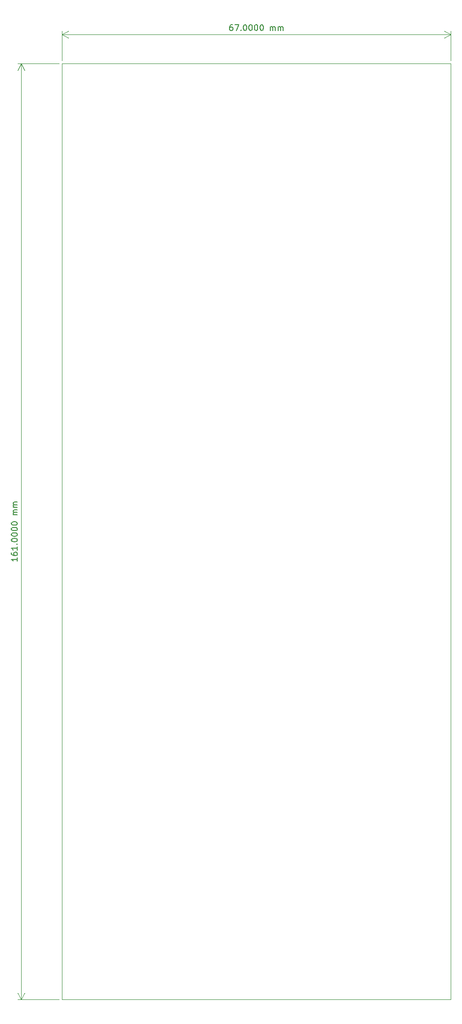
<source format=gbr>
%TF.GenerationSoftware,KiCad,Pcbnew,6.0.1-79c1e3a40b~116~ubuntu20.04.1*%
%TF.CreationDate,2022-07-06T20:39:24+09:00*%
%TF.ProjectId,test-rectenna-2p4g-pcb,74657374-2d72-4656-9374-656e6e612d32,1.0*%
%TF.SameCoordinates,Original*%
%TF.FileFunction,Profile,NP*%
%FSLAX46Y46*%
G04 Gerber Fmt 4.6, Leading zero omitted, Abs format (unit mm)*
G04 Created by KiCad (PCBNEW 6.0.1-79c1e3a40b~116~ubuntu20.04.1) date 2022-07-06 20:39:24*
%MOMM*%
%LPD*%
G01*
G04 APERTURE LIST*
%ADD10C,0.150000*%
%TA.AperFunction,Profile*%
%ADD11C,0.100000*%
%TD*%
G04 APERTURE END LIST*
D10*
X80302380Y-111023809D02*
X80302380Y-111595238D01*
X80302380Y-111309523D02*
X79302380Y-111309523D01*
X79445238Y-111404761D01*
X79540476Y-111500000D01*
X79588095Y-111595238D01*
X79302380Y-110166666D02*
X79302380Y-110357142D01*
X79350000Y-110452380D01*
X79397619Y-110500000D01*
X79540476Y-110595238D01*
X79730952Y-110642857D01*
X80111904Y-110642857D01*
X80207142Y-110595238D01*
X80254761Y-110547619D01*
X80302380Y-110452380D01*
X80302380Y-110261904D01*
X80254761Y-110166666D01*
X80207142Y-110119047D01*
X80111904Y-110071428D01*
X79873809Y-110071428D01*
X79778571Y-110119047D01*
X79730952Y-110166666D01*
X79683333Y-110261904D01*
X79683333Y-110452380D01*
X79730952Y-110547619D01*
X79778571Y-110595238D01*
X79873809Y-110642857D01*
X80302380Y-109119047D02*
X80302380Y-109690476D01*
X80302380Y-109404761D02*
X79302380Y-109404761D01*
X79445238Y-109500000D01*
X79540476Y-109595238D01*
X79588095Y-109690476D01*
X80207142Y-108690476D02*
X80254761Y-108642857D01*
X80302380Y-108690476D01*
X80254761Y-108738095D01*
X80207142Y-108690476D01*
X80302380Y-108690476D01*
X79302380Y-108023809D02*
X79302380Y-107928571D01*
X79350000Y-107833333D01*
X79397619Y-107785714D01*
X79492857Y-107738095D01*
X79683333Y-107690476D01*
X79921428Y-107690476D01*
X80111904Y-107738095D01*
X80207142Y-107785714D01*
X80254761Y-107833333D01*
X80302380Y-107928571D01*
X80302380Y-108023809D01*
X80254761Y-108119047D01*
X80207142Y-108166666D01*
X80111904Y-108214285D01*
X79921428Y-108261904D01*
X79683333Y-108261904D01*
X79492857Y-108214285D01*
X79397619Y-108166666D01*
X79350000Y-108119047D01*
X79302380Y-108023809D01*
X79302380Y-107071428D02*
X79302380Y-106976190D01*
X79350000Y-106880952D01*
X79397619Y-106833333D01*
X79492857Y-106785714D01*
X79683333Y-106738095D01*
X79921428Y-106738095D01*
X80111904Y-106785714D01*
X80207142Y-106833333D01*
X80254761Y-106880952D01*
X80302380Y-106976190D01*
X80302380Y-107071428D01*
X80254761Y-107166666D01*
X80207142Y-107214285D01*
X80111904Y-107261904D01*
X79921428Y-107309523D01*
X79683333Y-107309523D01*
X79492857Y-107261904D01*
X79397619Y-107214285D01*
X79350000Y-107166666D01*
X79302380Y-107071428D01*
X79302380Y-106119047D02*
X79302380Y-106023809D01*
X79350000Y-105928571D01*
X79397619Y-105880952D01*
X79492857Y-105833333D01*
X79683333Y-105785714D01*
X79921428Y-105785714D01*
X80111904Y-105833333D01*
X80207142Y-105880952D01*
X80254761Y-105928571D01*
X80302380Y-106023809D01*
X80302380Y-106119047D01*
X80254761Y-106214285D01*
X80207142Y-106261904D01*
X80111904Y-106309523D01*
X79921428Y-106357142D01*
X79683333Y-106357142D01*
X79492857Y-106309523D01*
X79397619Y-106261904D01*
X79350000Y-106214285D01*
X79302380Y-106119047D01*
X79302380Y-105166666D02*
X79302380Y-105071428D01*
X79350000Y-104976190D01*
X79397619Y-104928571D01*
X79492857Y-104880952D01*
X79683333Y-104833333D01*
X79921428Y-104833333D01*
X80111904Y-104880952D01*
X80207142Y-104928571D01*
X80254761Y-104976190D01*
X80302380Y-105071428D01*
X80302380Y-105166666D01*
X80254761Y-105261904D01*
X80207142Y-105309523D01*
X80111904Y-105357142D01*
X79921428Y-105404761D01*
X79683333Y-105404761D01*
X79492857Y-105357142D01*
X79397619Y-105309523D01*
X79350000Y-105261904D01*
X79302380Y-105166666D01*
X80302380Y-103642857D02*
X79635714Y-103642857D01*
X79730952Y-103642857D02*
X79683333Y-103595238D01*
X79635714Y-103500000D01*
X79635714Y-103357142D01*
X79683333Y-103261904D01*
X79778571Y-103214285D01*
X80302380Y-103214285D01*
X79778571Y-103214285D02*
X79683333Y-103166666D01*
X79635714Y-103071428D01*
X79635714Y-102928571D01*
X79683333Y-102833333D01*
X79778571Y-102785714D01*
X80302380Y-102785714D01*
X80302380Y-102309523D02*
X79635714Y-102309523D01*
X79730952Y-102309523D02*
X79683333Y-102261904D01*
X79635714Y-102166666D01*
X79635714Y-102023809D01*
X79683333Y-101928571D01*
X79778571Y-101880952D01*
X80302380Y-101880952D01*
X79778571Y-101880952D02*
X79683333Y-101833333D01*
X79635714Y-101738095D01*
X79635714Y-101595238D01*
X79683333Y-101500000D01*
X79778571Y-101452380D01*
X80302380Y-101452380D01*
D11*
X87500000Y-26000000D02*
X80413580Y-26000000D01*
X87500000Y-187000000D02*
X80413580Y-187000000D01*
X81000000Y-26000000D02*
X81000000Y-187000000D01*
X81000000Y-26000000D02*
X81000000Y-187000000D01*
X81000000Y-26000000D02*
X80413579Y-27126504D01*
X81000000Y-26000000D02*
X81586421Y-27126504D01*
X81000000Y-187000000D02*
X81586421Y-185873496D01*
X81000000Y-187000000D02*
X80413579Y-185873496D01*
D10*
X117357142Y-19302380D02*
X117166666Y-19302380D01*
X117071428Y-19350000D01*
X117023809Y-19397619D01*
X116928571Y-19540476D01*
X116880952Y-19730952D01*
X116880952Y-20111904D01*
X116928571Y-20207142D01*
X116976190Y-20254761D01*
X117071428Y-20302380D01*
X117261904Y-20302380D01*
X117357142Y-20254761D01*
X117404761Y-20207142D01*
X117452380Y-20111904D01*
X117452380Y-19873809D01*
X117404761Y-19778571D01*
X117357142Y-19730952D01*
X117261904Y-19683333D01*
X117071428Y-19683333D01*
X116976190Y-19730952D01*
X116928571Y-19778571D01*
X116880952Y-19873809D01*
X117785714Y-19302380D02*
X118452380Y-19302380D01*
X118023809Y-20302380D01*
X118833333Y-20207142D02*
X118880952Y-20254761D01*
X118833333Y-20302380D01*
X118785714Y-20254761D01*
X118833333Y-20207142D01*
X118833333Y-20302380D01*
X119500000Y-19302380D02*
X119595238Y-19302380D01*
X119690476Y-19350000D01*
X119738095Y-19397619D01*
X119785714Y-19492857D01*
X119833333Y-19683333D01*
X119833333Y-19921428D01*
X119785714Y-20111904D01*
X119738095Y-20207142D01*
X119690476Y-20254761D01*
X119595238Y-20302380D01*
X119500000Y-20302380D01*
X119404761Y-20254761D01*
X119357142Y-20207142D01*
X119309523Y-20111904D01*
X119261904Y-19921428D01*
X119261904Y-19683333D01*
X119309523Y-19492857D01*
X119357142Y-19397619D01*
X119404761Y-19350000D01*
X119500000Y-19302380D01*
X120452380Y-19302380D02*
X120547619Y-19302380D01*
X120642857Y-19350000D01*
X120690476Y-19397619D01*
X120738095Y-19492857D01*
X120785714Y-19683333D01*
X120785714Y-19921428D01*
X120738095Y-20111904D01*
X120690476Y-20207142D01*
X120642857Y-20254761D01*
X120547619Y-20302380D01*
X120452380Y-20302380D01*
X120357142Y-20254761D01*
X120309523Y-20207142D01*
X120261904Y-20111904D01*
X120214285Y-19921428D01*
X120214285Y-19683333D01*
X120261904Y-19492857D01*
X120309523Y-19397619D01*
X120357142Y-19350000D01*
X120452380Y-19302380D01*
X121404761Y-19302380D02*
X121500000Y-19302380D01*
X121595238Y-19350000D01*
X121642857Y-19397619D01*
X121690476Y-19492857D01*
X121738095Y-19683333D01*
X121738095Y-19921428D01*
X121690476Y-20111904D01*
X121642857Y-20207142D01*
X121595238Y-20254761D01*
X121500000Y-20302380D01*
X121404761Y-20302380D01*
X121309523Y-20254761D01*
X121261904Y-20207142D01*
X121214285Y-20111904D01*
X121166666Y-19921428D01*
X121166666Y-19683333D01*
X121214285Y-19492857D01*
X121261904Y-19397619D01*
X121309523Y-19350000D01*
X121404761Y-19302380D01*
X122357142Y-19302380D02*
X122452380Y-19302380D01*
X122547619Y-19350000D01*
X122595238Y-19397619D01*
X122642857Y-19492857D01*
X122690476Y-19683333D01*
X122690476Y-19921428D01*
X122642857Y-20111904D01*
X122595238Y-20207142D01*
X122547619Y-20254761D01*
X122452380Y-20302380D01*
X122357142Y-20302380D01*
X122261904Y-20254761D01*
X122214285Y-20207142D01*
X122166666Y-20111904D01*
X122119047Y-19921428D01*
X122119047Y-19683333D01*
X122166666Y-19492857D01*
X122214285Y-19397619D01*
X122261904Y-19350000D01*
X122357142Y-19302380D01*
X123880952Y-20302380D02*
X123880952Y-19635714D01*
X123880952Y-19730952D02*
X123928571Y-19683333D01*
X124023809Y-19635714D01*
X124166666Y-19635714D01*
X124261904Y-19683333D01*
X124309523Y-19778571D01*
X124309523Y-20302380D01*
X124309523Y-19778571D02*
X124357142Y-19683333D01*
X124452380Y-19635714D01*
X124595238Y-19635714D01*
X124690476Y-19683333D01*
X124738095Y-19778571D01*
X124738095Y-20302380D01*
X125214285Y-20302380D02*
X125214285Y-19635714D01*
X125214285Y-19730952D02*
X125261904Y-19683333D01*
X125357142Y-19635714D01*
X125500000Y-19635714D01*
X125595238Y-19683333D01*
X125642857Y-19778571D01*
X125642857Y-20302380D01*
X125642857Y-19778571D02*
X125690476Y-19683333D01*
X125785714Y-19635714D01*
X125928571Y-19635714D01*
X126023809Y-19683333D01*
X126071428Y-19778571D01*
X126071428Y-20302380D01*
D11*
X88000000Y-25500000D02*
X88000000Y-20413580D01*
X155000000Y-25500000D02*
X155000000Y-20413580D01*
X88000000Y-21000000D02*
X155000000Y-21000000D01*
X88000000Y-21000000D02*
X155000000Y-21000000D01*
X88000000Y-21000000D02*
X89126504Y-21586421D01*
X88000000Y-21000000D02*
X89126504Y-20413579D01*
X155000000Y-21000000D02*
X153873496Y-20413579D01*
X155000000Y-21000000D02*
X153873496Y-21586421D01*
X88000000Y-187000000D02*
X88000000Y-26000000D01*
X155000000Y-187000000D02*
X88000000Y-187000000D01*
X155000000Y-26000000D02*
X155000000Y-187000000D01*
X88000000Y-26000000D02*
X155000000Y-26000000D01*
M02*

</source>
